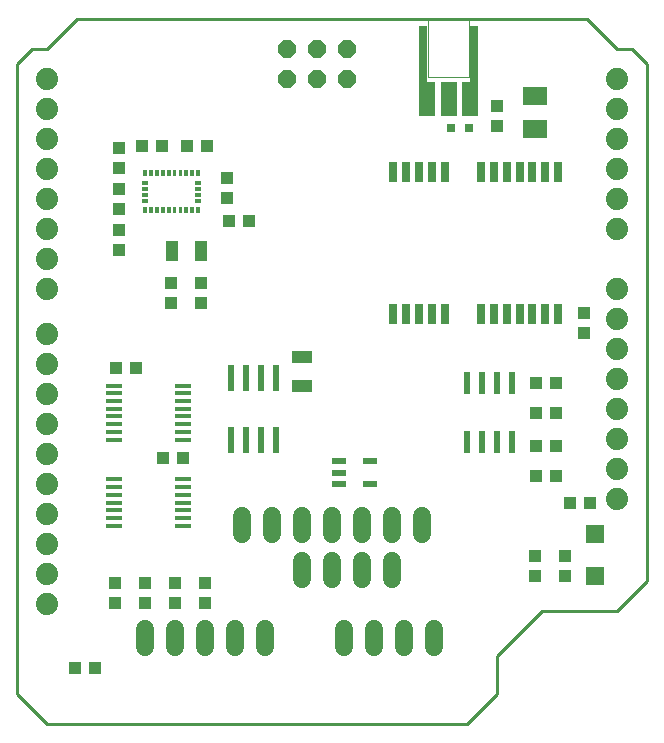
<source format=gts>
G75*
%MOIN*%
%OFA0B0*%
%FSLAX25Y25*%
%IPPOS*%
%LPD*%
%AMOC8*
5,1,8,0,0,1.08239X$1,22.5*
%
%ADD10C,0.01000*%
%ADD11R,0.03937X0.04331*%
%ADD12R,0.04331X0.03937*%
%ADD13R,0.05906X0.05906*%
%ADD14R,0.03937X0.07087*%
%ADD15C,0.06000*%
%ADD16C,0.00236*%
%ADD17OC8,0.06000*%
%ADD18R,0.02400X0.08700*%
%ADD19R,0.07087X0.03937*%
%ADD20R,0.04724X0.02165*%
%ADD21R,0.03150X0.07087*%
%ADD22R,0.07874X0.06299*%
%ADD23R,0.03150X0.03150*%
%ADD24C,0.07400*%
%ADD25R,0.05800X0.01400*%
%ADD26C,0.00000*%
%ADD27R,0.05512X0.11713*%
%ADD28R,0.05748X0.11713*%
%ADD29R,0.02992X0.18504*%
%ADD30R,0.02200X0.07800*%
D10*
X0011500Y0062524D02*
X0001500Y0072524D01*
X0001500Y0282524D01*
X0006500Y0287524D01*
X0011500Y0287524D01*
X0021500Y0297524D01*
X0191500Y0297524D01*
X0201500Y0287524D01*
X0206500Y0287524D01*
X0211500Y0282524D01*
X0211500Y0110024D01*
X0201500Y0100024D01*
X0176500Y0100024D01*
X0161500Y0085024D01*
X0161500Y0072524D01*
X0151500Y0062524D01*
X0011500Y0062524D01*
D11*
X0020654Y0081274D03*
X0027346Y0081274D03*
X0052750Y0202927D03*
X0052750Y0209620D03*
X0062750Y0209620D03*
X0062750Y0202927D03*
X0049846Y0255024D03*
X0043154Y0255024D03*
X0161500Y0261677D03*
X0161500Y0268370D03*
X0190250Y0199620D03*
X0190250Y0192927D03*
X0181096Y0176274D03*
X0181096Y0166274D03*
X0174404Y0166274D03*
X0174404Y0176274D03*
X0174404Y0155024D03*
X0174404Y0145024D03*
X0181096Y0145024D03*
X0181096Y0155024D03*
D12*
X0185654Y0136274D03*
X0192346Y0136274D03*
X0184000Y0118370D03*
X0184000Y0111677D03*
X0174000Y0111677D03*
X0174000Y0118370D03*
X0078596Y0230024D03*
X0071904Y0230024D03*
X0071500Y0237927D03*
X0071500Y0244620D03*
X0064846Y0255024D03*
X0058154Y0255024D03*
X0035250Y0254620D03*
X0035250Y0247927D03*
X0035250Y0240870D03*
X0035250Y0234177D03*
X0035250Y0227120D03*
X0035250Y0220427D03*
X0034404Y0181274D03*
X0041096Y0181274D03*
X0050029Y0151274D03*
X0056721Y0151274D03*
X0054000Y0109620D03*
X0054000Y0102927D03*
X0044000Y0102927D03*
X0044000Y0109620D03*
X0034000Y0109620D03*
X0034000Y0102927D03*
X0064000Y0102927D03*
X0064000Y0109620D03*
D13*
X0194000Y0111884D03*
X0194000Y0125663D03*
D14*
X0062750Y0220024D03*
X0052907Y0220024D03*
D15*
X0076500Y0131774D02*
X0076500Y0125774D01*
X0086500Y0125774D02*
X0086500Y0131774D01*
X0096500Y0131774D02*
X0096500Y0125774D01*
X0096500Y0116774D02*
X0096500Y0110774D01*
X0106500Y0110774D02*
X0106500Y0116774D01*
X0106500Y0125774D02*
X0106500Y0131774D01*
X0116500Y0131774D02*
X0116500Y0125774D01*
X0116500Y0116774D02*
X0116500Y0110774D01*
X0126500Y0110774D02*
X0126500Y0116774D01*
X0126500Y0125774D02*
X0126500Y0131774D01*
X0136500Y0131774D02*
X0136500Y0125774D01*
X0140250Y0094274D02*
X0140250Y0088274D01*
X0130250Y0088274D02*
X0130250Y0094274D01*
X0120250Y0094274D02*
X0120250Y0088274D01*
X0110250Y0088274D02*
X0110250Y0094274D01*
X0084000Y0094274D02*
X0084000Y0088274D01*
X0074000Y0088274D02*
X0074000Y0094274D01*
X0064000Y0094274D02*
X0064000Y0088274D01*
X0054000Y0088274D02*
X0054000Y0094274D01*
X0044000Y0094274D02*
X0044000Y0088274D01*
D16*
X0044364Y0234748D02*
X0043420Y0234748D01*
X0044364Y0234748D02*
X0044364Y0233016D01*
X0043420Y0233016D01*
X0043420Y0234748D01*
X0043420Y0233251D02*
X0044364Y0233251D01*
X0044364Y0233486D02*
X0043420Y0233486D01*
X0043420Y0233721D02*
X0044364Y0233721D01*
X0044364Y0233956D02*
X0043420Y0233956D01*
X0043420Y0234191D02*
X0044364Y0234191D01*
X0044364Y0234426D02*
X0043420Y0234426D01*
X0043420Y0234661D02*
X0044364Y0234661D01*
X0045388Y0234748D02*
X0046332Y0234748D01*
X0046332Y0233016D01*
X0045388Y0233016D01*
X0045388Y0234748D01*
X0045388Y0233251D02*
X0046332Y0233251D01*
X0046332Y0233486D02*
X0045388Y0233486D01*
X0045388Y0233721D02*
X0046332Y0233721D01*
X0046332Y0233956D02*
X0045388Y0233956D01*
X0045388Y0234191D02*
X0046332Y0234191D01*
X0046332Y0234426D02*
X0045388Y0234426D01*
X0045388Y0234661D02*
X0046332Y0234661D01*
X0047357Y0234748D02*
X0048301Y0234748D01*
X0048301Y0233016D01*
X0047357Y0233016D01*
X0047357Y0234748D01*
X0047357Y0233251D02*
X0048301Y0233251D01*
X0048301Y0233486D02*
X0047357Y0233486D01*
X0047357Y0233721D02*
X0048301Y0233721D01*
X0048301Y0233956D02*
X0047357Y0233956D01*
X0047357Y0234191D02*
X0048301Y0234191D01*
X0048301Y0234426D02*
X0047357Y0234426D01*
X0047357Y0234661D02*
X0048301Y0234661D01*
X0049325Y0234748D02*
X0050269Y0234748D01*
X0050269Y0233016D01*
X0049325Y0233016D01*
X0049325Y0234748D01*
X0049325Y0233251D02*
X0050269Y0233251D01*
X0050269Y0233486D02*
X0049325Y0233486D01*
X0049325Y0233721D02*
X0050269Y0233721D01*
X0050269Y0233956D02*
X0049325Y0233956D01*
X0049325Y0234191D02*
X0050269Y0234191D01*
X0050269Y0234426D02*
X0049325Y0234426D01*
X0049325Y0234661D02*
X0050269Y0234661D01*
X0051294Y0234748D02*
X0052238Y0234748D01*
X0052238Y0233016D01*
X0051294Y0233016D01*
X0051294Y0234748D01*
X0051294Y0233251D02*
X0052238Y0233251D01*
X0052238Y0233486D02*
X0051294Y0233486D01*
X0051294Y0233721D02*
X0052238Y0233721D01*
X0052238Y0233956D02*
X0051294Y0233956D01*
X0051294Y0234191D02*
X0052238Y0234191D01*
X0052238Y0234426D02*
X0051294Y0234426D01*
X0051294Y0234661D02*
X0052238Y0234661D01*
X0053262Y0234748D02*
X0054206Y0234748D01*
X0054206Y0233016D01*
X0053262Y0233016D01*
X0053262Y0234748D01*
X0053262Y0233251D02*
X0054206Y0233251D01*
X0054206Y0233486D02*
X0053262Y0233486D01*
X0053262Y0233721D02*
X0054206Y0233721D01*
X0054206Y0233956D02*
X0053262Y0233956D01*
X0053262Y0234191D02*
X0054206Y0234191D01*
X0054206Y0234426D02*
X0053262Y0234426D01*
X0053262Y0234661D02*
X0054206Y0234661D01*
X0055231Y0234748D02*
X0056175Y0234748D01*
X0056175Y0233016D01*
X0055231Y0233016D01*
X0055231Y0234748D01*
X0055231Y0233251D02*
X0056175Y0233251D01*
X0056175Y0233486D02*
X0055231Y0233486D01*
X0055231Y0233721D02*
X0056175Y0233721D01*
X0056175Y0233956D02*
X0055231Y0233956D01*
X0055231Y0234191D02*
X0056175Y0234191D01*
X0056175Y0234426D02*
X0055231Y0234426D01*
X0055231Y0234661D02*
X0056175Y0234661D01*
X0057199Y0234748D02*
X0058143Y0234748D01*
X0058143Y0233016D01*
X0057199Y0233016D01*
X0057199Y0234748D01*
X0057199Y0233251D02*
X0058143Y0233251D01*
X0058143Y0233486D02*
X0057199Y0233486D01*
X0057199Y0233721D02*
X0058143Y0233721D01*
X0058143Y0233956D02*
X0057199Y0233956D01*
X0057199Y0234191D02*
X0058143Y0234191D01*
X0058143Y0234426D02*
X0057199Y0234426D01*
X0057199Y0234661D02*
X0058143Y0234661D01*
X0059168Y0234748D02*
X0060112Y0234748D01*
X0060112Y0233016D01*
X0059168Y0233016D01*
X0059168Y0234748D01*
X0059168Y0233251D02*
X0060112Y0233251D01*
X0060112Y0233486D02*
X0059168Y0233486D01*
X0059168Y0233721D02*
X0060112Y0233721D01*
X0060112Y0233956D02*
X0059168Y0233956D01*
X0059168Y0234191D02*
X0060112Y0234191D01*
X0060112Y0234426D02*
X0059168Y0234426D01*
X0059168Y0234661D02*
X0060112Y0234661D01*
X0061136Y0234748D02*
X0062080Y0234748D01*
X0062080Y0233016D01*
X0061136Y0233016D01*
X0061136Y0234748D01*
X0061136Y0233251D02*
X0062080Y0233251D01*
X0062080Y0233486D02*
X0061136Y0233486D01*
X0061136Y0233721D02*
X0062080Y0233721D01*
X0062080Y0233956D02*
X0061136Y0233956D01*
X0061136Y0234191D02*
X0062080Y0234191D01*
X0062080Y0234426D02*
X0061136Y0234426D01*
X0061136Y0234661D02*
X0062080Y0234661D01*
X0060742Y0236599D02*
X0060742Y0237543D01*
X0062474Y0237543D01*
X0062474Y0236599D01*
X0060742Y0236599D01*
X0060742Y0236834D02*
X0062474Y0236834D01*
X0062474Y0237069D02*
X0060742Y0237069D01*
X0060742Y0237304D02*
X0062474Y0237304D01*
X0062474Y0237539D02*
X0060742Y0237539D01*
X0060742Y0238567D02*
X0060742Y0239511D01*
X0062474Y0239511D01*
X0062474Y0238567D01*
X0060742Y0238567D01*
X0060742Y0238802D02*
X0062474Y0238802D01*
X0062474Y0239037D02*
X0060742Y0239037D01*
X0060742Y0239272D02*
X0062474Y0239272D01*
X0062474Y0239507D02*
X0060742Y0239507D01*
X0060742Y0240536D02*
X0060742Y0241480D01*
X0062474Y0241480D01*
X0062474Y0240536D01*
X0060742Y0240536D01*
X0060742Y0240771D02*
X0062474Y0240771D01*
X0062474Y0241006D02*
X0060742Y0241006D01*
X0060742Y0241241D02*
X0062474Y0241241D01*
X0062474Y0241476D02*
X0060742Y0241476D01*
X0060742Y0242504D02*
X0060742Y0243448D01*
X0062474Y0243448D01*
X0062474Y0242504D01*
X0060742Y0242504D01*
X0060742Y0242739D02*
X0062474Y0242739D01*
X0062474Y0242974D02*
X0060742Y0242974D01*
X0060742Y0243209D02*
X0062474Y0243209D01*
X0062474Y0243444D02*
X0060742Y0243444D01*
X0061136Y0247031D02*
X0062080Y0247031D01*
X0062080Y0245299D01*
X0061136Y0245299D01*
X0061136Y0247031D01*
X0061136Y0245534D02*
X0062080Y0245534D01*
X0062080Y0245769D02*
X0061136Y0245769D01*
X0061136Y0246004D02*
X0062080Y0246004D01*
X0062080Y0246239D02*
X0061136Y0246239D01*
X0061136Y0246474D02*
X0062080Y0246474D01*
X0062080Y0246709D02*
X0061136Y0246709D01*
X0061136Y0246944D02*
X0062080Y0246944D01*
X0060112Y0247031D02*
X0059168Y0247031D01*
X0060112Y0247031D02*
X0060112Y0245299D01*
X0059168Y0245299D01*
X0059168Y0247031D01*
X0059168Y0245534D02*
X0060112Y0245534D01*
X0060112Y0245769D02*
X0059168Y0245769D01*
X0059168Y0246004D02*
X0060112Y0246004D01*
X0060112Y0246239D02*
X0059168Y0246239D01*
X0059168Y0246474D02*
X0060112Y0246474D01*
X0060112Y0246709D02*
X0059168Y0246709D01*
X0059168Y0246944D02*
X0060112Y0246944D01*
X0058143Y0247031D02*
X0057199Y0247031D01*
X0058143Y0247031D02*
X0058143Y0245299D01*
X0057199Y0245299D01*
X0057199Y0247031D01*
X0057199Y0245534D02*
X0058143Y0245534D01*
X0058143Y0245769D02*
X0057199Y0245769D01*
X0057199Y0246004D02*
X0058143Y0246004D01*
X0058143Y0246239D02*
X0057199Y0246239D01*
X0057199Y0246474D02*
X0058143Y0246474D01*
X0058143Y0246709D02*
X0057199Y0246709D01*
X0057199Y0246944D02*
X0058143Y0246944D01*
X0056175Y0247031D02*
X0055231Y0247031D01*
X0056175Y0247031D02*
X0056175Y0245299D01*
X0055231Y0245299D01*
X0055231Y0247031D01*
X0055231Y0245534D02*
X0056175Y0245534D01*
X0056175Y0245769D02*
X0055231Y0245769D01*
X0055231Y0246004D02*
X0056175Y0246004D01*
X0056175Y0246239D02*
X0055231Y0246239D01*
X0055231Y0246474D02*
X0056175Y0246474D01*
X0056175Y0246709D02*
X0055231Y0246709D01*
X0055231Y0246944D02*
X0056175Y0246944D01*
X0054206Y0247031D02*
X0053262Y0247031D01*
X0054206Y0247031D02*
X0054206Y0245299D01*
X0053262Y0245299D01*
X0053262Y0247031D01*
X0053262Y0245534D02*
X0054206Y0245534D01*
X0054206Y0245769D02*
X0053262Y0245769D01*
X0053262Y0246004D02*
X0054206Y0246004D01*
X0054206Y0246239D02*
X0053262Y0246239D01*
X0053262Y0246474D02*
X0054206Y0246474D01*
X0054206Y0246709D02*
X0053262Y0246709D01*
X0053262Y0246944D02*
X0054206Y0246944D01*
X0052238Y0247031D02*
X0051294Y0247031D01*
X0052238Y0247031D02*
X0052238Y0245299D01*
X0051294Y0245299D01*
X0051294Y0247031D01*
X0051294Y0245534D02*
X0052238Y0245534D01*
X0052238Y0245769D02*
X0051294Y0245769D01*
X0051294Y0246004D02*
X0052238Y0246004D01*
X0052238Y0246239D02*
X0051294Y0246239D01*
X0051294Y0246474D02*
X0052238Y0246474D01*
X0052238Y0246709D02*
X0051294Y0246709D01*
X0051294Y0246944D02*
X0052238Y0246944D01*
X0050269Y0247031D02*
X0049325Y0247031D01*
X0050269Y0247031D02*
X0050269Y0245299D01*
X0049325Y0245299D01*
X0049325Y0247031D01*
X0049325Y0245534D02*
X0050269Y0245534D01*
X0050269Y0245769D02*
X0049325Y0245769D01*
X0049325Y0246004D02*
X0050269Y0246004D01*
X0050269Y0246239D02*
X0049325Y0246239D01*
X0049325Y0246474D02*
X0050269Y0246474D01*
X0050269Y0246709D02*
X0049325Y0246709D01*
X0049325Y0246944D02*
X0050269Y0246944D01*
X0048301Y0247031D02*
X0047357Y0247031D01*
X0048301Y0247031D02*
X0048301Y0245299D01*
X0047357Y0245299D01*
X0047357Y0247031D01*
X0047357Y0245534D02*
X0048301Y0245534D01*
X0048301Y0245769D02*
X0047357Y0245769D01*
X0047357Y0246004D02*
X0048301Y0246004D01*
X0048301Y0246239D02*
X0047357Y0246239D01*
X0047357Y0246474D02*
X0048301Y0246474D01*
X0048301Y0246709D02*
X0047357Y0246709D01*
X0047357Y0246944D02*
X0048301Y0246944D01*
X0046332Y0247031D02*
X0045388Y0247031D01*
X0046332Y0247031D02*
X0046332Y0245299D01*
X0045388Y0245299D01*
X0045388Y0247031D01*
X0045388Y0245534D02*
X0046332Y0245534D01*
X0046332Y0245769D02*
X0045388Y0245769D01*
X0045388Y0246004D02*
X0046332Y0246004D01*
X0046332Y0246239D02*
X0045388Y0246239D01*
X0045388Y0246474D02*
X0046332Y0246474D01*
X0046332Y0246709D02*
X0045388Y0246709D01*
X0045388Y0246944D02*
X0046332Y0246944D01*
X0044364Y0247031D02*
X0043420Y0247031D01*
X0044364Y0247031D02*
X0044364Y0245299D01*
X0043420Y0245299D01*
X0043420Y0247031D01*
X0043420Y0245534D02*
X0044364Y0245534D01*
X0044364Y0245769D02*
X0043420Y0245769D01*
X0043420Y0246004D02*
X0044364Y0246004D01*
X0044364Y0246239D02*
X0043420Y0246239D01*
X0043420Y0246474D02*
X0044364Y0246474D01*
X0044364Y0246709D02*
X0043420Y0246709D01*
X0043420Y0246944D02*
X0044364Y0246944D01*
X0043026Y0243448D02*
X0043026Y0242504D01*
X0043026Y0243448D02*
X0044758Y0243448D01*
X0044758Y0242504D01*
X0043026Y0242504D01*
X0043026Y0242739D02*
X0044758Y0242739D01*
X0044758Y0242974D02*
X0043026Y0242974D01*
X0043026Y0243209D02*
X0044758Y0243209D01*
X0044758Y0243444D02*
X0043026Y0243444D01*
X0043026Y0241480D02*
X0043026Y0240536D01*
X0043026Y0241480D02*
X0044758Y0241480D01*
X0044758Y0240536D01*
X0043026Y0240536D01*
X0043026Y0240771D02*
X0044758Y0240771D01*
X0044758Y0241006D02*
X0043026Y0241006D01*
X0043026Y0241241D02*
X0044758Y0241241D01*
X0044758Y0241476D02*
X0043026Y0241476D01*
X0043026Y0239511D02*
X0043026Y0238567D01*
X0043026Y0239511D02*
X0044758Y0239511D01*
X0044758Y0238567D01*
X0043026Y0238567D01*
X0043026Y0238802D02*
X0044758Y0238802D01*
X0044758Y0239037D02*
X0043026Y0239037D01*
X0043026Y0239272D02*
X0044758Y0239272D01*
X0044758Y0239507D02*
X0043026Y0239507D01*
X0043026Y0237543D02*
X0043026Y0236599D01*
X0043026Y0237543D02*
X0044758Y0237543D01*
X0044758Y0236599D01*
X0043026Y0236599D01*
X0043026Y0236834D02*
X0044758Y0236834D01*
X0044758Y0237069D02*
X0043026Y0237069D01*
X0043026Y0237304D02*
X0044758Y0237304D01*
X0044758Y0237539D02*
X0043026Y0237539D01*
D17*
X0091500Y0277524D03*
X0091500Y0287524D03*
X0101500Y0287524D03*
X0101500Y0277524D03*
X0111500Y0277524D03*
X0111500Y0287524D03*
D18*
X0087750Y0177824D03*
X0082750Y0177824D03*
X0077750Y0177824D03*
X0072750Y0177824D03*
X0072750Y0157224D03*
X0077750Y0157224D03*
X0082750Y0157224D03*
X0087750Y0157224D03*
D19*
X0096500Y0175024D03*
X0096500Y0184866D03*
D20*
X0108882Y0150014D03*
X0108882Y0146274D03*
X0108882Y0142533D03*
X0119118Y0142533D03*
X0119118Y0150014D03*
D21*
X0126766Y0199226D03*
X0131096Y0199226D03*
X0135427Y0199226D03*
X0139758Y0199226D03*
X0144089Y0199226D03*
X0155900Y0199226D03*
X0160230Y0199226D03*
X0164561Y0199226D03*
X0168892Y0199226D03*
X0173222Y0199226D03*
X0177553Y0199226D03*
X0181884Y0199226D03*
X0181884Y0246470D03*
X0177553Y0246470D03*
X0173222Y0246470D03*
X0168892Y0246470D03*
X0164561Y0246470D03*
X0160230Y0246470D03*
X0155900Y0246470D03*
X0144089Y0246470D03*
X0139758Y0246470D03*
X0135427Y0246470D03*
X0131096Y0246470D03*
X0126766Y0246470D03*
D22*
X0174000Y0260762D03*
X0174000Y0271785D03*
D23*
X0152000Y0261274D03*
X0146000Y0261274D03*
D24*
X0201500Y0257524D03*
X0201500Y0267524D03*
X0201500Y0277524D03*
X0201500Y0247524D03*
X0201500Y0237524D03*
X0201500Y0227524D03*
X0201500Y0207524D03*
X0201500Y0197524D03*
X0201500Y0187524D03*
X0201500Y0177524D03*
X0201500Y0167524D03*
X0201500Y0157524D03*
X0201500Y0147524D03*
X0201500Y0137524D03*
X0011500Y0142524D03*
X0011500Y0152524D03*
X0011500Y0162524D03*
X0011500Y0172524D03*
X0011500Y0182524D03*
X0011500Y0192524D03*
X0011500Y0207524D03*
X0011500Y0217524D03*
X0011500Y0227524D03*
X0011500Y0237524D03*
X0011500Y0247524D03*
X0011500Y0257524D03*
X0011500Y0267524D03*
X0011500Y0277524D03*
X0011500Y0132524D03*
X0011500Y0122524D03*
X0011500Y0112524D03*
X0011500Y0102524D03*
D25*
X0033750Y0128574D03*
X0033750Y0131174D03*
X0033750Y0133674D03*
X0033750Y0136274D03*
X0033750Y0138874D03*
X0033750Y0141374D03*
X0033750Y0143974D03*
X0033750Y0157274D03*
X0033750Y0159874D03*
X0033750Y0162474D03*
X0033750Y0164974D03*
X0033750Y0167574D03*
X0033750Y0170074D03*
X0033750Y0172674D03*
X0033750Y0175274D03*
X0056750Y0175274D03*
X0056750Y0172674D03*
X0056750Y0170074D03*
X0056750Y0167574D03*
X0056750Y0164974D03*
X0056750Y0162474D03*
X0056750Y0159874D03*
X0056750Y0157274D03*
X0056750Y0143974D03*
X0056750Y0141374D03*
X0056750Y0138874D03*
X0056750Y0136274D03*
X0056750Y0133674D03*
X0056750Y0131174D03*
X0056750Y0128574D03*
D26*
X0138508Y0278144D02*
X0151992Y0278144D01*
X0151992Y0297391D01*
X0138508Y0297391D02*
X0138508Y0278144D01*
D27*
X0145250Y0270811D03*
D28*
X0152386Y0270860D03*
X0138114Y0270909D03*
D29*
X0136736Y0285772D03*
X0153764Y0285772D03*
D30*
X0151500Y0175974D03*
X0156500Y0175974D03*
X0161500Y0175974D03*
X0166500Y0175974D03*
X0166500Y0156574D03*
X0161500Y0156574D03*
X0156500Y0156574D03*
X0151500Y0156574D03*
M02*

</source>
